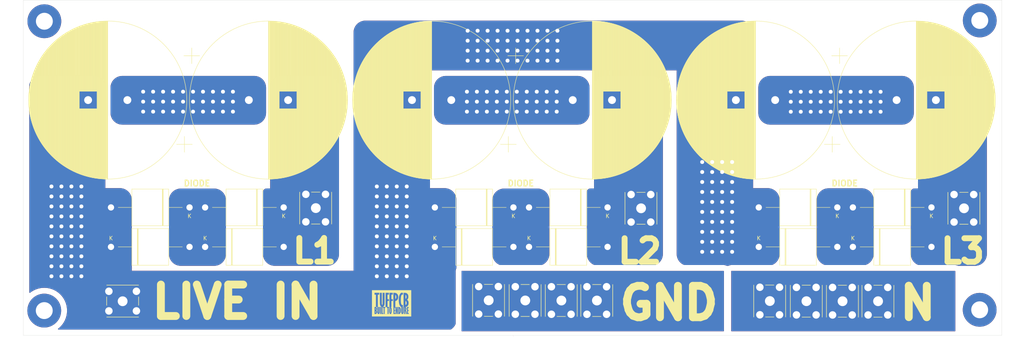
<source format=kicad_pcb>
(kicad_pcb (version 20211014) (generator pcbnew)
  (layers (0 "F.Cu" signal) (31 "B.Cu" signal) (34 "B.Paste" user) (35 "F.Paste" user) (36 "B.SilkS" user "B.Silkscreen") (37 "F.SilkS" user "F.Silkscreen") (38 "B.Mask" user) (39 "F.Mask" user) (44 "Edge.Cuts" user))
  (net 0 "")
  (net 1 "Net-(C1-Pad2)")
  (net 2 "Net-(C1-Pad1)")
  (footprint "Capacitor_THT:CP_Radial_D40.0mm_P10.00mm_SnapIn" (layer "F.Cu") (at 101.092 141.6558 180)
    (fp_text reference "C1" hide)
    (fp_text value "CP")
    (pad "1" thru_hole rect locked (at 0 0 180) (size 4 4) (drill 2) (layers *.Cu *.Mask) (net 2 "Net-(C1-Pad1)"))
    (pad "2" thru_hole circle locked (at 10 0 180) (size 4 4) (drill 2) (layers *.Cu *.Mask) (net 1 "Net-(C1-Pad2)"))
  )
  (footprint "Capacitor_THT:CP_Radial_D40.0mm_P10.00mm_SnapIn" (layer "F.Cu") (at 132.01142 141.6558)
    (fp_text reference "C3" hide)
    (fp_text value "CP")
    (pad "1" thru_hole rect locked (at 0 0) (size 4 4) (drill 2) (layers *.Cu *.Mask) (net 2 "Net-(C1-Pad1)"))
    (pad "2" thru_hole circle locked (at 10 0) (size 4 4) (drill 2) (layers *.Cu *.Mask) (net 1 "Net-(C1-Pad2)"))
  )
  (footprint "Diode_THT:D_P600_R-6_P20.00mm_Horizontal" (layer "F.Cu") (at 96.91624 179.03538)
    (fp_text reference " " (at 7.8105 -0.03556) (layer "F.SilkS"))
    (fp_text value "DIODE")
    (fp_text user "K" (at 0 -2.2) (layer "F.SilkS"))
    (pad "1" thru_hole rect locked (at 0 0) (size 3.2 3.2) (drill 1.6) (layers *.Cu *.Mask) (net 1 "Net-(C1-Pad2)"))
    (pad "2" thru_hole oval locked (at 20 0) (size 3.2 3.2) (drill 1.6) (layers *.Cu *.Mask) (net 1 "Net-(C1-Pad2)"))
  )
  (footprint "Diode_THT:D_P600_R-6_P20.00mm_Horizontal" (layer "F.Cu") (at 120.8811 179.03538)
    (fp_text reference " " (at 7.62 -2.92) (layer "F.SilkS"))
    (fp_text value "DIODE")
    (fp_text user "K" (at 0 -2.2) (layer "F.SilkS"))
    (pad "1" thru_hole rect locked (at 0 0) (size 3.2 3.2) (drill 1.6) (layers *.Cu *.Mask) (net 1 "Net-(C1-Pad2)"))
    (pad "2" thru_hole oval locked (at 20 0) (size 3.2 3.2) (drill 1.6) (layers *.Cu *.Mask) (net 1 "Net-(C1-Pad2)"))
  )
  (footprint "Custom Library:M4_Screw_Terminal" (layer "F.Cu") (at 96.382056 190.32855)
    (fp_text reference "J1" hide)
    (fp_text value "Screw_Terminal_01x01" hide)
    (pad "1" thru_hole circle locked (at 7.0104 5.0038) (size 3 3) (drill 1.905) (layers *.Cu *.Mask) (net 1 "Net-(C1-Pad2)"))
    (pad "1" thru_hole circle locked (at 7.0104 0) (size 3 3) (drill 1.905) (layers *.Cu *.Mask) (net 1 "Net-(C1-Pad2)"))
    (pad "1" thru_hole circle locked (at 0 0) (size 3 3) (drill 1.905) (layers *.Cu *.Mask) (net 1 "Net-(C1-Pad2)"))
    (pad "1" thru_hole circle locked (at 3.5 2.54) (size 5 5) (drill 2.5) (layers *.Cu *.Mask) (net 1 "Net-(C1-Pad2)"))
    (pad "1" thru_hole circle locked (at 0 5.0038) (size 3 3) (drill 1.905) (layers *.Cu *.Mask) (net 1 "Net-(C1-Pad2)"))
  )
  (footprint "Custom Library:M4_Screw_Terminal" (layer "F.Cu") (at 146.52117 172.6565 90)
    (fp_text reference "J2" hide)
    (fp_text value "Screw_Terminal_01x01" hide)
    (pad "1" thru_hole circle locked (at 0 5.0038 90) (size 3 3) (drill 1.905) (layers *.Cu *.Mask) (net 1 "Net-(C1-Pad2)"))
    (pad "1" thru_hole circle locked (at 7.0104 0 90) (size 3 3) (drill 1.905) (layers *.Cu *.Mask) (net 1 "Net-(C1-Pad2)"))
    (pad "1" thru_hole circle locked (at 0 0 90) (size 3 3) (drill 1.905) (layers *.Cu *.Mask) (net 1 "Net-(C1-Pad2)"))
    (pad "1" thru_hole circle locked (at 7.0104 5.0038 90) (size 3 3) (drill 1.905) (layers *.Cu *.Mask) (net 1 "Net-(C1-Pad2)"))
    (pad "1" thru_hole circle locked (at 3.5 2.54 90) (size 5 5) (drill 2.5) (layers *.Cu *.Mask) (net 1 "Net-(C1-Pad2)"))
  )
  (footprint "MountingHole:MountingHole_4.3mm_M4_Pad" (layer "F.Cu") (at 318.0842 121.3866)
    (fp_text reference "REF**" hide)
    (fp_text value "MountingHole_4.3mm_M4_Pad")
    (pad "1" thru_hole circle (at 0 0) (size 8.6 8.6) (drill 4.3) (layers *.Cu *.Mask))
  )
  (footprint "MountingHole:MountingHole_4.3mm_M4_Pad" (layer "F.Cu") (at 79.956913 121.5898)
    (fp_text reference "REF**" hide)
    (fp_text value "MountingHole_4.3mm_M4_Pad")
    (pad "1" thru_hole circle locked (at 0 0) (size 8.6 8.6) (drill 4.3) (layers *.Cu *.Mask))
  )
  (footprint "MountingHole:MountingHole_4.3mm_M4_Pad" (layer "F.Cu") (at 318.0588 195.045559)
    (fp_text reference "REF**" hide)
    (fp_text value "MountingHole_4.3mm_M4_Pad")
    (pad "1" thru_hole circle locked (at 0 0) (size 8.6 8.6) (drill 4.3) (layers *.Cu *.Mask))
  )
  (footprint "MountingHole:MountingHole_4.3mm_M4_Pad" (layer "F.Cu") (at 79.931513 195.248759)
    (fp_text reference "REF**" hide)
    (fp_text value "MountingHole_4.3mm_M4_Pad")
    (pad "1" thru_hole circle locked (at 0 0) (size 8.6 8.6) (drill 4.3) (layers *.Cu *.Mask))
  )
  (footprint "Diode_THT:D_P600_R-6_P20.00mm_Horizontal" (layer "F.Cu") (at 116.91624 168.98366 180)
    (fp_text reference " " (at 7.62762 -0.04064) (layer "F.SilkS"))
    (fp_text value "DIODE")
    (fp_text user "K" (at 0 -2.2) (layer "F.SilkS"))
    (pad "1" thru_hole rect locked (at 0 0 180) (size 3.2 3.2) (drill 1.6) (layers *.Cu *.Mask) (net 1 "Net-(C1-Pad2)"))
    (pad "2" thru_hole oval locked (at 20 0 180) (size 3.2 3.2) (drill 1.6) (layers *.Cu *.Mask) (net 1 "Net-(C1-Pad2)"))
  )
  (footprint "Diode_THT:D_P600_R-6_P20.00mm_Horizontal" (layer "F.Cu") (at 140.8811 168.98366 180)
    (fp_text reference " " (at 7.62 -2.92) (layer "F.SilkS"))
    (fp_text value "DIODE")
    (fp_text user "K" (at 0 -2.2) (layer "F.SilkS"))
    (pad "1" thru_hole rect locked (at 0 0 180) (size 3.2 3.2) (drill 1.6) (layers *.Cu *.Mask) (net 1 "Net-(C1-Pad2)"))
    (pad "2" thru_hole oval locked (at 20 0 180) (size 3.2 3.2) (drill 1.6) (layers *.Cu *.Mask) (net 1 "Net-(C1-Pad2)"))
  )
  (footprint "Custom Library:M4_Screw_Terminal" (layer "F.Cu") (at 209.038675 196.1844 90)
    (fp_text reference "J1" hide)
    (fp_text value "Screw_Terminal_01x01" hide)
    (pad "1" thru_hole circle (at 7.0104 5.0038 90) (size 3 3) (drill 1.905) (layers *.Cu *.Mask))
    (pad "1" thru_hole circle (at 3.5 2.54 90) (size 5 5) (drill 2.5) (layers *.Cu *.Mask))
    (pad "1" thru_hole circle (at 0 0 90) (size 3 3) (drill 1.905) (layers *.Cu *.Mask))
    (pad "1" thru_hole circle (at 7.0104 0 90) (size 3 3) (drill 1.905) (layers *.Cu *.Mask))
    (pad "1" thru_hole circle (at 0 5.0038 90) (size 3 3) (drill 1.905) (layers *.Cu *.Mask))
  )
  (footprint "Custom Library:M4_Screw_Terminal" (layer "F.Cu") (at 190.528425 196.1388 90)
    (fp_text reference "J1" hide)
    (fp_text value "Screw_Terminal_01x01" hide)
    (pad "1" thru_hole circle (at 0 0 90) (size 3 3) (drill 1.905) (layers *.Cu *.Mask))
    (pad "1" thru_hole circle (at 0 5.0038 90) (size 3 3) (drill 1.905) (layers *.Cu *.Mask))
    (pad "1" thru_hole circle (at 7.0104 5.0038 90) (size 3 3) (drill 1.905) (layers *.Cu *.Mask))
    (pad "1" thru_hole circle (at 7.0104 0 90) (size 3 3) (drill 1.905) (layers *.Cu *.Mask))
    (pad "1" thru_hole circle (at 3.5 2.54 90) (size 5 5) (drill 2.5) (layers *.Cu *.Mask))
  )
  (footprint "Custom Library:M4_Screw_Terminal" (layer "F.Cu") (at 199.846415 196.17268 90)
    (fp_text reference "J1" hide)
    (fp_text value "Screw_Terminal_01x01" hide)
    (pad "1" thru_hole circle (at 0 0 90) (size 3 3) (drill 1.905) (layers *.Cu *.Mask))
    (pad "1" thru_hole circle (at 7.0104 5.0038 90) (size 3 3) (drill 1.905) (layers *.Cu *.Mask))
    (pad "1" thru_hole circle (at 0 5.0038 90) (size 3 3) (drill 1.905) (layers *.Cu *.Mask))
    (pad "1" thru_hole circle (at 7.0104 0 90) (size 3 3) (drill 1.905) (layers *.Cu *.Mask))
    (pad "1" thru_hole circle (at 3.5 2.54 90) (size 5 5) (drill 2.5) (layers *.Cu *.Mask))
  )
  (footprint "Custom Library:M4_Screw_Terminal" (layer "F.Cu") (at 218.081075 196.1844 90)
    (fp_text reference "J1" hide)
    (fp_text value "Screw_Terminal_01x01" hide)
    (pad "1" thru_hole circle (at 7.0104 5.0038 90) (size 3 3) (drill 1.905) (layers *.Cu *.Mask))
    (pad "1" thru_hole circle (at 7.0104 0 90) (size 3 3) (drill 1.905) (layers *.Cu *.Mask))
    (pad "1" thru_hole circle (at 3.5 2.54 90) (size 5 5) (drill 2.5) (layers *.Cu *.Mask))
    (pad "1" thru_hole circle (at 0 5.0038 90) (size 3 3) (drill 1.905) (layers *.Cu *.Mask))
    (pad "1" thru_hole circle (at 0 0 90) (size 3 3) (drill 1.905) (layers *.Cu *.Mask))
  )
  (footprint "Custom Library:M4_Screw_Terminal" (layer "F.Cu") (at 311.53862 172.7073 90)
    (fp_text reference "J2" hide)
    (fp_text value "Screw_Terminal_01x01" hide)
    (pad "1" thru_hole circle locked (at 0 5.0038 90) (size 3 3) (drill 1.905) (layers *.Cu *.Mask) (net 1 "Net-(C1-Pad2)"))
    (pad "1" thru_hole circle locked (at 7.0104 0 90) (size 3 3) (drill 1.905) (layers *.Cu *.Mask) (net 1 "Net-(C1-Pad2)"))
    (pad "1" thru_hole circle locked (at 0 0 90) (size 3 3) (drill 1.905) (layers *.Cu *.Mask) (net 1 "Net-(C1-Pad2)"))
    (pad "1" thru_hole circle locked (at 7.0104 5.0038 90) (size 3 3) (drill 1.905) (layers *.Cu *.Mask) (net 1 "Net-(C1-Pad2)"))
    (pad "1" thru_hole circle locked (at 3.5 2.54 90) (size 5 5) (drill 2.5) (layers *.Cu *.Mask) (net 1 "Net-(C1-Pad2)"))
  )
  (footprint "Capacitor_THT:CP_Radial_D40.0mm_P10.00mm_SnapIn" (layer "F.Cu") (at 296.915504 141.6558)
    (fp_text reference "C3" hide)
    (fp_text value "CP")
    (pad "1" thru_hole rect locked (at 0 0) (size 4 4) (drill 2) (layers *.Cu *.Mask) (net 2 "Net-(C1-Pad1)"))
    (pad "2" thru_hole circle locked (at 10 0) (size 4 4) (drill 2) (layers *.Cu *.Mask) (net 1 "Net-(C1-Pad2)"))
  )
  (footprint "Capacitor_THT:CP_Radial_D40.0mm_P10.00mm_SnapIn" (layer "F.Cu") (at 214.463462 141.6558)
    (fp_text reference "C3" hide)
    (fp_text value "CP")
    (pad "1" thru_hole rect locked (at 0 0) (size 4 4) (drill 2) (layers *.Cu *.Mask) (net 2 "Net-(C1-Pad1)"))
    (pad "2" thru_hole circle locked (at 10 0) (size 4 4) (drill 2) (layers *.Cu *.Mask) (net 1 "Net-(C1-Pad2)"))
  )
  (footprint "Custom Library:M4_Screw_Terminal" (layer "F.Cu") (at 271.42059 196.35048 90)
    (fp_text reference "J1" hide)
    (fp_text value "Screw_Terminal_01x01" hide)
    (pad "1" thru_hole circle (at 0 0 90) (size 3 3) (drill 1.905) (layers *.Cu *.Mask))
    (pad "1" thru_hole circle (at 7.0104 5.0038 90) (size 3 3) (drill 1.905) (layers *.Cu *.Mask))
    (pad "1" thru_hole circle (at 0 5.0038 90) (size 3 3) (drill 1.905) (layers *.Cu *.Mask))
    (pad "1" thru_hole circle (at 7.0104 0 90) (size 3 3) (drill 1.905) (layers *.Cu *.Mask))
    (pad "1" thru_hole circle (at 3.5 2.54 90) (size 5 5) (drill 2.5) (layers *.Cu *.Mask))
  )
  (footprint "Diode_THT:D_P600_R-6_P20.00mm_Horizontal" (layer "F.Cu") (at 203.333142 179.03538)
    (fp_text reference " " (at 7.62 -2.92) (layer "F.SilkS"))
    (fp_text value "DIODE")
    (fp_text user "K" (at 0 -2.2) (layer "F.SilkS"))
    (pad "1" thru_hole rect locked (at 0 0) (size 3.2 3.2) (drill 1.6) (layers *.Cu *.Mask) (net 1 "Net-(C1-Pad2)"))
    (pad "2" thru_hole oval locked (at 20 0) (size 3.2 3.2) (drill 1.6) (layers *.Cu *.Mask) (net 1 "Net-(C1-Pad2)"))
  )
  (footprint "Capacitor_THT:CP_Radial_D40.0mm_P10.00mm_SnapIn" (layer "F.Cu") (at 265.996084 141.6558 180)
    (fp_text reference "C1" hide)
    (fp_text value "CP")
    (pad "1" thru_hole rect locked (at 0 0 180) (size 4 4) (drill 2) (layers *.Cu *.Mask) (net 2 "Net-(C1-Pad1)"))
    (pad "2" thru_hole circle locked (at 10 0 180) (size 4 4) (drill 2) (layers *.Cu *.Mask) (net 1 "Net-(C1-Pad2)"))
  )
  (footprint "Diode_THT:D_P600_R-6_P20.00mm_Horizontal" (layer "F.Cu") (at 223.333142 168.98366 180)
    (fp_text reference " " (at 7.62 -2.92) (layer "F.SilkS"))
    (fp_text value "DIODE")
    (fp_text user "K" (at 0 -2.2) (layer "F.SilkS"))
    (pad "1" thru_hole rect locked (at 0 0 180) (size 3.2 3.2) (drill 1.6) (layers *.Cu *.Mask) (net 1 "Net-(C1-Pad2)"))
    (pad "2" thru_hole oval locked (at 20 0 180) (size 3.2 3.2) (drill 1.6) (layers *.Cu *.Mask) (net 1 "Net-(C1-Pad2)"))
  )
  (footprint "Diode_THT:D_P600_R-6_P20.00mm_Horizontal" (layer "F.Cu") (at 281.820324 168.98366 180)
    (fp_text reference " " (at 7.62762 -0.04064) (layer "F.SilkS"))
    (fp_text value "DIODE")
    (fp_text user "K" (at 0 -2.2) (layer "F.SilkS"))
    (pad "1" thru_hole rect locked (at 0 0 180) (size 3.2 3.2) (drill 1.6) (layers *.Cu *.Mask) (net 1 "Net-(C1-Pad2)"))
    (pad "2" thru_hole oval locked (at 20 0 180) (size 3.2 3.2) (drill 1.6) (layers *.Cu *.Mask) (net 1 "Net-(C1-Pad2)"))
  )
  (footprint "Custom Library:M4_Screw_Terminal" (layer "F.Cu") (at 289.65525 196.3622 90)
    (fp_text reference "J1" hide)
    (fp_text value "Screw_Terminal_01x01" hide)
    (pad "1" thru_hole circle (at 7.0104 5.0038 90) (size 3 3) (drill 1.905) (layers *.Cu *.Mask))
    (pad "1" thru_hole circle (at 7.0104 0 90) (size 3 3) (drill 1.905) (layers *.Cu *.Mask))
    (pad "1" thru_hole circle (at 3.5 2.54 90) (size 5 5) (drill 2.5) (layers *.Cu *.Mask))
    (pad "1" thru_hole circle (at 0 5.0038 90) (size 3 3) (drill 1.905) (layers *.Cu *.Mask))
    (pad "1" thru_hole circle (at 0 0 90) (size 3 3) (drill 1.905) (layers *.Cu *.Mask))
  )
  (footprint "Custom Library:M4_Screw_Terminal" (layer "F.Cu") (at 229.32517 172.7073 90)
    (fp_text reference "J2" hide)
    (fp_text value "Screw_Terminal_01x01" hide)
    (pad "1" thru_hole circle locked (at 0 5.0038 90) (size 3 3) (drill 1.905) (layers *.Cu *.Mask) (net 1 "Net-(C1-Pad2)"))
    (pad "1" thru_hole circle locked (at 7.0104 0 90) (size 3 3) (drill 1.905) (layers *.Cu *.Mask) (net 1 "Net-(C1-Pad2)"))
    (pad "1" thru_hole circle locked (at 0 0 90) (size 3 3) (drill 1.905) (layers *.Cu *.Mask) (net 1 "Net-(C1-Pad2)"))
    (pad "1" thru_hole circle locked (at 7.0104 5.0038 90) (size 3 3) (drill 1.905) (layers *.Cu *.Mask) (net 1 "Net-(C1-Pad2)"))
    (pad "1" thru_hole circle locked (at 3.5 2.54 90) (size 5 5) (drill 2.5) (layers *.Cu *.Mask) (net 1 "Net-(C1-Pad2)"))
  )
  (footprint "Capacitor_THT:CP_Radial_D40.0mm_P10.00mm_SnapIn" (layer "F.Cu") (at 183.544042 141.6558 180)
    (fp_text reference "C1" hide)
    (fp_text value "CP")
    (pad "1" thru_hole rect locked (at 0 0 180) (size 4 4) (drill 2) (layers *.Cu *.Mask) (net 2 "Net-(C1-Pad1)"))
    (pad "2" thru_hole circle locked (at 10 0 180) (size 4 4) (drill 2) (layers *.Cu *.Mask) (net 1 "Net-(C1-Pad2)"))
  )
  (footprint "Custom Library:M4_Screw_Terminal" (layer "F.Cu") (at 262.1026 196.3166 90)
    (fp_text reference "J1" hide)
    (fp_text value "Screw_Terminal_01x01" hide)
    (pad "1" thru_hole circle (at 0 0 90) (size 3 3) (drill 1.905) (layers *.Cu *.Mask))
    (pad "1" thru_hole circle (at 0 5.0038 90) (size 3 3) (drill 1.905) (layers *.Cu *.Mask))
    (pad "1" thru_hole circle (at 7.0104 5.0038 90) (size 3 3) (drill 1.905) (layers *.Cu *.Mask))
    (pad "1" thru_hole circle (at 7.0104 0 90) (size 3 3) (drill 1.905) (layers *.Cu *.Mask))
    (pad "1" thru_hole circle (at 3.5 2.54 90) (size 5 5) (drill 2.5) (layers *.Cu *.Mask))
  )
  (footprint "Custom Library:M4_Screw_Terminal" (layer "F.Cu") (at 280.61285 196.3622 90)
    (fp_text reference "J1" hide)
    (fp_text value "Screw_Terminal_01x01" hide)
    (pad "1" thru_hole circle (at 7.0104 5.0038 90) (size 3 3) (drill 1.905) (layers *.Cu *.Mask))
    (pad "1" thru_hole circle (at 3.5 2.54 90) (size 5 5) (drill 2.5) (layers *.Cu *.Mask))
    (pad "1" thru_hole circle (at 0 0 90) (size 3 3) (drill 1.905) (layers *.Cu *.Mask))
    (pad "1" thru_hole circle (at 7.0104 0 90) (size 3 3) (drill 1.905) (layers *.Cu *.Mask))
    (pad "1" thru_hole circle (at 0 5.0038 90) (size 3 3) (drill 1.905) (layers *.Cu *.Mask))
  )
  (footprint "Diode_THT:D_P600_R-6_P20.00mm_Horizontal" (layer "F.Cu") (at 179.368282 179.03538)
    (fp_text reference " " (at 7.8105 -0.03556) (layer "F.SilkS"))
    (fp_text value "DIODE")
    (fp_text user "K" (at 0 -2.2) (layer "F.SilkS"))
    (pad "1" thru_hole rect locked (at 0 0) (size 3.2 3.2) (drill 1.6) (layers *.Cu *.Mask) (net 1 "Net-(C1-Pad2)"))
    (pad "2" thru_hole oval locked (at 20 0) (size 3.2 3.2) (drill 1.6) (layers *.Cu *.Mask) (net 1 "Net-(C1-Pad2)"))
  )
  (footprint "Diode_THT:D_P600_R-6_P20.00mm_Horizontal" (layer "F.Cu") (at 261.820324 179.03538)
    (fp_text reference " " (at 7.8105 -0.03556) (layer "F.SilkS"))
    (fp_text value "DIODE")
    (fp_text user "K" (at 0 -2.2) (layer "F.SilkS"))
    (pad "1" thru_hole rect locked (at 0 0) (size 3.2 3.2) (drill 1.6) (layers *.Cu *.Mask) (net 1 "Net-(C1-Pad2)"))
    (pad "2" thru_hole oval locked (at 20 0) (size 3.2 3.2) (drill 1.6) (layers *.Cu *.Mask) (net 1 "Net-(C1-Pad2)"))
  )
  (footprint "Diode_THT:D_P600_R-6_P20.00mm_Horizontal" (layer "F.Cu") (at 285.785184 179.03538)
    (fp_text reference " " (at 7.62 -2.92) (layer "F.SilkS"))
    (fp_text value "DIODE")
    (fp_text user "K" (at 0 -2.2) (layer "F.SilkS"))
    (pad "1" thru_hole rect locked (at 0 0) (size 3.2 3.2) (drill 1.6) (layers *.Cu *.Mask) (net 1 "Net-(C1-Pad2)"))
    (pad "2" thru_hole oval locked (at 20 0) (size 3.2 3.2) (drill 1.6) (layers *.Cu *.Mask) (net 1 "Net-(C1-Pad2)"))
  )
  (footprint "Diode_THT:D_P600_R-6_P20.00mm_Horizontal" (layer "F.Cu") (at 199.368282 168.98366 180)
    (fp_text reference " " (at 7.62762 -0.04064) (layer "F.SilkS"))
    (fp_text value "DIODE")
    (fp_text user "K" (at 0 -2.2) (layer "F.SilkS"))
    (pad "1" thru_hole rect locked (at 0 0 180) (size 3.2 3.2) (drill 1.6) (layers *.Cu *.Mask) (net 1 "Net-(C1-Pad2)"))
    (pad "2" thru_hole oval locked (at 20 0 180) (size 3.2 3.2) (drill 1.6) (layers *.Cu *.Mask) (net 1 "Net-(C1-Pad2)"))
  )
  (footprint "Custom Library:Logo 10mm" (layer "F.Cu") (at 168.3512 193.3956)
    (fp_text reference "G***" hide)
    (fp_text value "LOGO" hide)
  )
  (footprint "Diode_THT:D_P600_R-6_P20.00mm_Horizontal" (layer "F.Cu") (at 305.785184 168.98366 180)
    (fp_text reference " " (at 7.62 -2.92) (layer "F.SilkS"))
    (fp_text value "DIODE")
    (fp_text user "K" (at 0 -2.2) (layer "F.SilkS"))
    (pad "1" thru_hole rect locked (at 0 0 180) (size 3.2 3.2) (drill 1.6) (layers *.Cu *.Mask) (net 1 "Net-(C1-Pad2)"))
    (pad "2" thru_hole oval locked (at 20 0 180) (size 3.2 3.2) (drill 1.6) (layers *.Cu *.Mask) (net 1 "Net-(C1-Pad2)"))
  )
  (gr_rect locked (start 186.2582 185.2422) (end 252.857 200.406) (layer "F.Cu") (width 0.2) (fill solid))
  (gr_line (start 199.3138 201.9554) (end 199.3138 201.4982) (layer "F.Cu") (width 0.01))
  (gr_rect (start 254.9144 185.2422) (end 311.7596 200.406) (layer "F.Cu") (width 0.2) (fill solid))
  (gr_rect (start 186.2582 185.2422) (end 252.857 200.406) (layer "B.Cu") (width 0.2) (fill solid))
  (gr_rect (start 254.9144 185.2422) (end 311.7596 200.406) (layer "B.Cu") (width 0.2) (fill solid))
  (gr_rect (start 323.6976 116.205) (end 74.6252 201.5744) (layer "Edge.Cuts") (width 0.05) (fill none))
  (gr_text "L1" (at 148.72462 180.0733) (layer "F.SilkS") (effects (font (size 6 6) (thickness 1.5))))
  (gr_text "GND" (at 238.959875 193.3448) (layer "F.SilkS") (effects (font (size 8 8) (thickness 2))))
  (gr_text "N" (at 302.303807 193.3246) (layer "F.SilkS") (effects (font (size 8 8) (thickness 2))))
  (gr_text "DIODE" (at 118.80342 162.8521) (layer "F.SilkS") (effects (font (size 1.5 1.5) (thickness 0.3))))
  (gr_text "L2" (at 231.52862 180.1241) (layer "F.SilkS") (effects (font (size 6 6) (thickness 1.5))))
  (gr_text "L3" (at 313.74207 180.1241) (layer "F.SilkS") (effects (font (size 6 6) (thickness 1.5))))
  (gr_text "LIVE IN" (at 129.051536 193.02603) (layer "F.SilkS") (effects (font (size 8 8) (thickness 2))))
  (gr_text "DIODE" (at 283.707504 162.8521) (layer "F.SilkS") (effects (font (size 1.5 1.5) (thickness 0.3))))
  (gr_text "DIODE" (at 201.255462 162.8521) (layer "F.SilkS") (effects (font (size 1.5 1.5) (thickness 0.3))))
  (via (at 86.8426 186.5122) (size 2) (drill 1) (layers "F.Cu" "B.Cu") (net 1))
  (via (at 252.5014 170.1292) (size 2) (drill 1) (layers "F.Cu" "B.Cu") (net 1))
  (via (at 208.029224 126.5428) (size 2) (drill 1) (layers "F.Cu" "B.Cu") (net 1))
  (via (at 84.3026 181.4322) (size 2) (drill 1) (layers "F.Cu" "B.Cu") (net 1))
  (via (at 89.3826 186.5122) (size 2) (drill 1) (layers "F.Cu" "B.Cu") (net 1))
  (via (at 164.592 171.2722) (size 2) (drill 1) (layers "F.Cu" "B.Cu") (net 1))
  (via (at 247.4214 177.7492) (size 2) (drill 1) (layers "F.Cu" "B.Cu") (net 1))
  (via (at 81.7626 173.8122) (size 2) (drill 1) (layers "F.Cu" "B.Cu") (net 1))
  (via (at 86.8426 166.1922) (size 2) (drill 1) (layers "F.Cu" "B.Cu") (net 1))
  (via (at 86.8426 171.2722) (size 2) (drill 1) (layers "F.Cu" "B.Cu") (net 1))
  (via (at 249.9614 167.5892) (size 2) (drill 1) (layers "F.Cu" "B.Cu") (net 1))
  (via (at 84.3026 183.9722) (size 2) (drill 1) (layers "F.Cu" "B.Cu") (net 1))
  (via (at 249.9614 157.4292) (size 2) (drill 1) (layers "F.Cu" "B.Cu") (net 1))
  (via (at 164.592 186.5122) (size 2) (drill 1) (layers "F.Cu" "B.Cu") (net 1))
  (via (at 172.212 163.6522) (size 2) (drill 1) (layers "F.Cu" "B.Cu") (net 1))
  (via (at 89.3826 171.2722) (size 2) (drill 1) (layers "F.Cu" "B.Cu") (net 1))
  (via (at 164.592 176.3522) (size 2) (drill 1) (layers "F.Cu" "B.Cu") (net 1))
  (via (at 208.029224 131.6228) (size 2) (drill 1) (layers "F.Cu" "B.Cu") (net 1))
  (via (at 81.7626 168.7322) (size 2) (drill 1) (layers "F.Cu" "B.Cu") (net 1))
  (via (at 252.5014 180.2892) (size 2) (drill 1) (layers "F.Cu" "B.Cu") (net 1))
  (via (at 167.132 176.3522) (size 2) (drill 1) (layers "F.Cu" "B.Cu") (net 1))
  (via (at 164.592 181.4322) (size 2) (drill 1) (layers "F.Cu" "B.Cu") (net 1))
  (via (at 210.569224 126.5428) (size 2) (drill 1) (layers "F.Cu" "B.Cu") (net 1))
  (via (at 167.132 163.6522) (size 2) (drill 1) (layers "F.Cu" "B.Cu") (net 1))
  (via (at 86.8426 163.6522) (size 2) (drill 1) (layers "F.Cu" "B.Cu") (net 1))
  (via (at 247.4214 167.5892) (size 2) (drill 1) (layers "F.Cu" "B.Cu") (net 1))
  (via (at 255.0414 167.5892) (size 2) (drill 1) (layers "F.Cu" "B.Cu") (net 1))
  (via (at 205.489224 131.6228) (size 2) (drill 1) (layers "F.Cu" "B.Cu") (net 1))
  (via (at 167.132 186.5122) (size 2) (drill 1) (layers "F.Cu" "B.Cu") (net 1))
  (via (at 210.569224 131.6228) (size 2) (drill 1) (layers "F.Cu" "B.Cu") (net 1))
  (via (at 89.3826 176.3522) (size 2) (drill 1) (layers "F.Cu" "B.Cu") (net 1))
  (via (at 167.132 178.8922) (size 2) (drill 1) (layers "F.Cu" "B.Cu") (net 1))
  (via (at 172.212 178.8922) (size 2) (drill 1) (layers "F.Cu" "B.Cu") (net 1))
  (via (at 192.789224 131.6228) (size 2) (drill 1) (layers "F.Cu" "B.Cu") (net 1))
  (via (at 89.3826 173.8122) (size 2) (drill 1) (layers "F.Cu" "B.Cu") (net 1))
  (via (at 86.8426 181.4322) (size 2) (drill 1) (layers "F.Cu" "B.Cu") (net 1))
  (via (at 89.3826 178.8922) (size 2) (drill 1) (layers "F.Cu" "B.Cu") (net 1))
  (via (at 255.0414 165.0492) (size 2) (drill 1) (layers "F.Cu" "B.Cu") (net 1))
  (via (at 197.869224 126.5428) (size 2) (drill 1) (layers "F.Cu" "B.Cu") (net 1))
  (via (at 89.3826 168.7322) (size 2) (drill 1) (layers "F.Cu" "B.Cu") (net 1))
  (via (at 192.789224 124.0028) (size 2) (drill 1) (layers "F.Cu" "B.Cu") (net 1))
  (via (at 197.869224 131.6228) (size 2) (drill 1) (layers "F.Cu" "B.Cu") (net 1))
  (via (at 187.709224 126.5428) (size 2) (drill 1) (layers "F.Cu" "B.Cu") (net 1))
  (via (at 169.672 173.8122) (size 2) (drill 1) (layers "F.Cu" "B.Cu") (net 1))
  (via (at 252.5014 177.7492) (size 2) (drill 1) (layers "F.Cu" "B.Cu") (net 1))
  (via (at 164.592 166.1922) (size 2) (drill 1) (layers "F.Cu" "B.Cu") (net 1))
  (via (at 208.029224 124.0028) (size 2) (drill 1) (layers "F.Cu" "B.Cu") (net 1))
  (via (at 172.212 186.5122) (size 2) (drill 1) (layers "F.Cu" "B.Cu") (net 1))
  (via (at 86.8426 178.8922) (size 2) (drill 1) (layers "F.Cu" "B.Cu") (net 1))
  (via (at 84.3026 173.8122) (size 2) (drill 1) (layers "F.Cu" "B.Cu") (net 1))
  (via (at 164.592 183.9722) (size 2) (drill 1) (layers "F.Cu" "B.Cu") (net 1))
  (via (at 84.3026 176.3522) (size 2) (drill 1) (layers "F.Cu" "B.Cu") (net 1))
  (via (at 252.5014 167.5892) (size 2) (drill 1) (layers "F.Cu" "B.Cu") (net 1))
  (via (at 255.0414 159.9692) (size 2) (drill 1) (layers "F.Cu" "B.Cu") (net 1))
  (via (at 169.672 176.3522) (size 2) (drill 1) (layers "F.Cu" "B.Cu") (net 1))
  (via (at 86.8426 183.9722) (size 2) (drill 1) (layers "F.Cu" "B.Cu") (net 1))
  (via (at 169.672 183.9722) (size 2) (drill 1) (layers "F.Cu" "B.Cu") (net 1))
  (via (at 172.212 168.7322) (size 2) (drill 1) (layers "F.Cu" "B.Cu") (net 1))
  (via (at 84.3026 178.8922) (size 2) (drill 1) (layers "F.Cu" "B.Cu") (net 1))
  (via (at 84.3026 186.5122) (size 2) (drill 1) (layers "F.Cu" "B.Cu") (net 1))
  (via (at 247.4214 180.2892) (size 2) (drill 1) (layers "F.Cu" "B.Cu") (net 1))
  (via (at 247.4214 159.9692) (size 2) (drill 1) (layers "F.Cu" "B.Cu") (net 1))
  (via (at 249.9614 180.2892) (size 2) (drill 1) (layers "F.Cu" "B.Cu") (net 1))
  (via (at 167.132 183.9722) (size 2) (drill 1) (layers "F.Cu" "B.Cu") (net 1))
  (via (at 167.132 181.4322) (size 2) (drill 1) (layers "F.Cu" "B.Cu") (net 1))
  (via (at 249.9614 170.1292) (size 2) (drill 1) (layers "F.Cu" "B.Cu") (net 1))
  (via (at 164.592 168.7322) (size 2) (drill 1) (layers "F.Cu" "B.Cu") (net 1))
  (via (at 84.3026 166.1922) (size 2) (drill 1) (layers "F.Cu" "B.Cu") (net 1))
  (via (at 200.409224 131.6228) (size 2) (drill 1) (layers "F.Cu" "B.Cu") (net 1))
  (via (at 167.132 171.2722) (size 2) (drill 1) (layers "F.Cu" "B.Cu") (net 1))
  (via (at 169.672 181.4322) (size 2) (drill 1) (layers "F.Cu" "B.Cu") (net 1))
  (via (at 200.409224 129.0828) (size 2) (drill 1) (layers "F.Cu" "B.Cu") (net 1))
  (via (at 84.3026 171.2722) (size 2) (drill 1) (layers "F.Cu" "B.Cu") (net 1))
  (via (at 81.7626 171.2722) (size 2) (drill 1) (layers "F.Cu" "B.Cu") (net 1))
  (via (at 81.7626 166.1922) (size 2) (drill 1) (layers "F.Cu" "B.Cu") (net 1))
  (via (at 205.489224 124.0028) (size 2) (drill 1) (layers "F.Cu" "B.Cu") (net 1))
  (via (at 249.9614 177.7492) (size 2) (drill 1) (layers "F.Cu" "B.Cu") (net 1))
  (via (at 169.672 166.1922) (size 2) (drill 1) (layers "F.Cu" "B.Cu") (net 1))
  (via (at 84.3026 168.7322) (size 2) (drill 1) (layers "F.Cu" "B.Cu") (net 1))
  (via (at 247.4214 162.5092) (size 2) (drill 1) (layers "F.Cu" "B.Cu") (net 1))
  (via (at 252.5014 165.0492) (size 2) (drill 1) (layers "F.Cu" "B.Cu") (net 1))
  (via (at 208.029224 129.0828) (size 2) (drill 1) (layers "F.Cu" "B.Cu") (net 1))
  (via (at 89.3826 181.4322) (size 2) (drill 1) (layers "F.Cu" "B.Cu") (net 1))
  (via (at 169.672 171.2722) (size 2) (drill 1) (layers "F.Cu" "B.Cu") (net 1))
  (via (at 81.7626 163.6522) (size 2) (drill 1) (layers "F.Cu" "B.Cu") (net 1))
  (via (at 247.4214 165.0492) (size 2) (drill 1) (layers "F.Cu" "B.Cu") (net 1))
  (via (at 202.949224 126.5428) (size 2) (drill 1) (layers "F.Cu" "B.Cu") (net 1))
  (via (at 195.329224 124.0028) (size 2) (drill 1) (layers "F.Cu" "B.Cu") (net 1))
  (via (at 195.329224 129.0828) (size 2) (drill 1) (layers "F.Cu" "B.Cu") (net 1))
  (via (at 249.9614 175.2092) (size 2) (drill 1) (layers "F.Cu" "B.Cu") (net 1))
  (via (at 190.249224 124.0028) (size 2) (drill 1) (layers "F.Cu" "B.Cu") (net 1))
  (via (at 164.592 173.8122) (size 2) (drill 1) (layers "F.Cu" "B.Cu") (net 1))
  (via (at 190.249224 131.6228) (size 2) (drill 1) (layers "F.Cu" "B.Cu") (net 1))
  (via (at 249.9614 165.0492) (size 2) (drill 1) (layers "F.Cu" "B.Cu") (net 1))
  (via (at 187.709224 131.6228) (size 2) (drill 1) (layers "F.Cu" "B.Cu") (net 1))
  (via (at 247.4214 175.2092) (size 2) (drill 1) (layers "F.Cu" "B.Cu") (net 1))
  (via (at 89.3826 183.9722) (size 2) (drill 1) (layers "F.Cu" "B.Cu") (net 1))
  (via (at 172.212 171.2722) (size 2) (drill 1) (layers "F.Cu" "B.Cu") (net 1))
  (via (at 192.789224 129.0828) (size 2) (drill 1) (layers "F.Cu" "B.Cu") (net 1))
  (via (at 202.949224 124.0028) (size 2) (drill 1) (layers "F.Cu" "B.Cu") (net 1))
  (via (at 247.4214 172.6692) (size 2) (drill 1) (layers "F.Cu" "B.Cu") (net 1))
  (via (at 167.132 168.7322) (size 2) (drill 1) (layers "F.Cu" "B.Cu") (net 1))
  (via (at 210.569224 129.0828) (size 2) (drill 1) (layers "F.Cu" "B.Cu") (net 1))
  (via (at 172.212 173.8122) (size 2) (drill 1) (layers "F.Cu" "B.Cu") (net 1))
  (via (at 249.9614 159.9692) (size 2) (drill 1) (layers "F.Cu" "B.Cu") (net 1))
  (via (at 197.869224 129.0828) (size 2) (drill 1) (layers "F.Cu" "B.Cu") (net 1))
  (via (at 81.7626 183.9722) (size 2) (drill 1) (layers "F.Cu" "B.Cu") (net 1))
  (via (at 84.3026 163.6522) (size 2) (drill 1) (layers "F.Cu" "B.Cu") (net 1))
  (via (at 169.672 163.6522) (size 2) (drill 1) (layers "F.Cu" "B.Cu") (net 1))
  (via (at 252.5014 172.6692) (size 2) (drill 1) (layers "F.Cu" "B.Cu") (net 1))
  (via (at 192.789224 126.5428) (size 2) (drill 1) (layers "F.Cu" "B.Cu") (net 1))
  (via (at 195.329224 131.6228) (size 2) (drill 1) (layers "F.Cu" "B.Cu") (net 1))
  (via (at 255.0414 180.2892) (size 2) (drill 1) (layers "F.Cu" "B.Cu") (net 1))
  (via (at 81.7626 178.8922) (size 2) (drill 1) (layers "F.Cu" "B.Cu") (net 1))
  (via (at 81.7626 186.5122) (size 2) (drill 1) (layers "F.Cu" "B.Cu") (net 1))
  (via (at 195.329224 126.5428) (size 2) (drill 1) (layers "F.Cu" "B.Cu") (net 1))
  (via (at 205.489224 126.5428) (size 2) (drill 1) (layers "F.Cu" "B.Cu") (net 1))
  (via (at 200.409224 124.0028) (size 2) (drill 1) (layers "F.Cu" "B.Cu") (net 1))
  (via (at 202.949224 129.0828) (size 2) (drill 1) (layers "F.Cu" "B.Cu") (net 1))
  (via (at 255.0414 157.4292) (size 2) (drill 1) (layers "F.Cu" "B.Cu") (net 1))
  (via (at 255.0414 162.5092) (size 2) (drill 1) (layers "F.Cu" "B.Cu") (net 1))
  (via (at 169.672 186.5122) (size 2) (drill 1) (layers "F.Cu" "B.Cu") (net 1))
  (via (at 86.8426 176.3522) (size 2) (drill 1) (layers "F.Cu" "B.Cu") (net 1))
  (via (at 172.212 176.3522) (size 2) (drill 1) (layers "F.Cu" "B.Cu") (net 1))
  (via (at 200.409224 126.5428) (size 2) (drill 1) (layers "F.Cu" "B.Cu") (net 1))
  (via (at 89.3826 166.1922) (size 2) (drill 1) (layers "F.Cu" "B.Cu") (net 1))
  (via (at 167.132 166.1922) (size 2) (drill 1) (layers "F.Cu" "B.Cu") (net 1))
  (via (at 255.0414 172.6692) (size 2) (drill 1) (layers "F.Cu" "B.Cu") (net 1))
  (via (at 252.5014 157.4292) (size 2) (drill 1) (layers "F.Cu" "B.Cu") (net 1))
  (via (at 172.212 166.1922) (size 2) (drill 1) (layers "F.Cu" "B.Cu") (net 1))
  (via (at 190.249224 129.0828) (size 2) (drill 1) (layers "F.Cu" "B.Cu") (net 1))
  (via (at 164.592 178.8922) (size 2) (drill 1) (layers "F.Cu" "B.Cu") (net 1))
  (via (at 169.672 178.8922) (size 2) (drill 1) (layers "F.Cu" "B.Cu") (net 1))
  (via (at 202.949224 131.6228) (size 2) (drill 1) (layers "F.Cu" "B.Cu") (net 1))
  (via (at 247.4214 157.4292) (size 2) (drill 1) (layers "F.Cu" "B.Cu") (net 1))
  (via (at 247.4214 170.1292) (size 2) (drill 1) (layers "F.Cu" "B.Cu") (net 1))
  (via (at 81.7626 176.3522) (size 2) (drill 1) (layers "F.Cu" "B.Cu") (net 1))
  (via (at 252.5014 162.5092) (size 2) (drill 1) (layers "F.Cu" "B.Cu") (net 1))
  (via (at 172.212 183.9722) (size 2) (drill 1) (layers "F.Cu" "B.Cu") (net 1))
  (via (at 255.0414 175.2092) (size 2) (drill 1) (layers "F.Cu" "B.Cu") (net 1))
  (via (at 187.709224 124.0028) (size 2) (drill 1) (layers "F.Cu" "B.Cu") (net 1))
  (via (at 252.5014 159.9692) (size 2) (drill 1) (layers "F.Cu" "B.Cu") (net 1))
  (via (at 205.489224 129.0828) (size 2) (drill 1) (layers "F.Cu" "B.Cu") (net 1))
  (via (at 252.5014 175.2092) (size 2) (drill 1) (layers "F.Cu" "B.Cu") (net 1))
  (via (at 187.709224 129.0828) (size 2) (drill 1) (layers "F.Cu" "B.Cu") (net 1))
  (via (at 164.592 163.6522) (size 2) (drill 1) (layers "F.Cu" "B.Cu") (net 1))
  (via (at 197.869224 124.0028) (size 2) (drill 1) (layers "F.Cu" "B.Cu") (net 1))
  (via (at 86.8426 173.8122) (size 2) (drill 1) (layers "F.Cu" "B.Cu") (net 1))
  (via (at 249.9614 172.6692) (size 2) (drill 1) (layers "F.Cu" "B.Cu") (net 1))
  (via (at 86.8426 168.7322) (size 2) (drill 1) (layers "F.Cu" "B.Cu") (net 1))
  (via (at 210.569224 124.0028) (size 2) (drill 1) (layers "F.Cu" "B.Cu") (net 1))
  (via (at 169.672 168.7322) (size 2) (drill 1) (layers "F.Cu" "B.Cu") (net 1))
  (via (at 89.3826 163.6522) (size 2) (drill 1) (layers "F.Cu" "B.Cu") (net 1))
  (via (at 190.249224 126.5428) (size 2) (drill 1) (layers "F.Cu" "B.Cu") (net 1))
  (via (at 255.0414 177.7492) (size 2) (drill 1) (layers "F.Cu" "B.Cu") (net 1))
  (via (at 167.132 173.8122) (size 2) (drill 1) (layers "F.Cu" "B.Cu") (net 1))
  (via (at 172.212 181.4322) (size 2) (drill 1) (layers "F.Cu" "B.Cu") (net 1))
  (via (at 81.7626 181.4322) (size 2) (drill 1) (layers "F.Cu" "B.Cu") (net 1))
  (via (at 249.9614 162.5092) (size 2) (drill 1) (layers "F.Cu" "B.Cu") (net 1))
  (via (at 255.0414 170.1292) (size 2) (drill 1) (layers "F.Cu" "B.Cu") (net 1))
  (via (at 107.6452 142.0622) (size 2) (drill 1) (layers "F.Cu" "B.Cu") (net 2))
  (via (at 269.9766 144.6276) (size 2) (drill 1) (layers "F.Cu" "B.Cu") (net 2))
  (via (at 187.5282 139.5222) (size 2) (drill 1) (layers "F.Cu" "B.Cu") (net 2))
  (via (at 122.8852 144.6022) (size 2) (drill 1) (layers "F.Cu" "B.Cu") (net 2))
  (via (at 195.1482 139.5222) (size 2) (drill 1) (layers "F.Cu" "B.Cu") (net 2))
  (via (at 207.8482 142.0622) (size 2) (drill 1) (layers "F.Cu" "B.Cu") (net 2))
  (via (at 107.6452 139.5222) (size 2) (drill 1) (layers "F.Cu" "B.Cu") (net 2))
  (via (at 205.3082 144.6022) (size 2) (drill 1) (layers "F.Cu" "B.Cu") (net 2))
  (via (at 277.5966 144.6276) (size 2) (drill 1) (layers "F.Cu" "B.Cu") (net 2))
  (via (at 210.3882 139.5222) (size 2) (drill 1) (layers "F.Cu" "B.Cu") (net 2))
  (via (at 280.1366 142.0876) (size 2) (drill 1) (layers "F.Cu" "B.Cu") (net 2))
  (via (at 292.8366 139.5476) (size 2) (drill 1) (layers "F.Cu" "B.Cu") (net 2))
  (via (at 290.2966 139.5476) (size 2) (drill 1) (layers "F.Cu" "B.Cu") (net 2))
  (via (at 207.8482 144.6022) (size 2) (drill 1) (layers "F.Cu" "B.Cu") (net 2))
  (via (at 115.2652 144.6022) (size 2) (drill 1) (layers "F.Cu" "B.Cu") (net 2))
  (via (at 125.4252 142.0622) (size 2) (drill 1) (layers "F.Cu" "B.Cu") (net 2))
  (via (at 200.2282 142.0622) (size 2) (drill 1) (layers "F.Cu" "B.Cu") (net 2))
  (via (at 202.7682 139.5222) (size 2) (drill 1) (layers "F.Cu" "B.Cu") (net 2))
  (via (at 292.8366 144.6276) (size 2) (drill 1) (layers "F.Cu" "B.Cu") (net 2))
  (via (at 272.5166 139.5476) (size 2) (drill 1) (layers "F.Cu" "B.Cu") (net 2))
  (via (at 205.3082 139.5222) (size 2) (drill 1) (layers "F.Cu" "B.Cu") (net 2))
  (via (at 277.5966 139.5476) (size 2) (drill 1) (layers "F.Cu" "B.Cu") (net 2))
  (via (at 282.6766 142.0876) (size 2) (drill 1) (layers "F.Cu" "B.Cu") (net 2))
  (via (at 187.5282 142.0622) (size 2) (drill 1) (layers "F.Cu" "B.Cu") (net 2))
  (via (at 115.2652 139.5222) (size 2) (drill 1) (layers "F.Cu" "B.Cu") (net 2))
  (via (at 207.8482 139.5222) (size 2) (drill 1) (layers "F.Cu" "B.Cu") (net 2))
  (via (at 190.0682 144.6022) (size 2) (drill 1) (layers "F.Cu" "B.Cu") (net 2))
  (via (at 200.2282 139.5222) (size 2) (drill 1) (layers "F.Cu" "B.Cu") (net 2))
  (via (at 202.7682 142.0622) (size 2) (drill 1) (layers "F.Cu" "B.Cu") (net 2))
  (via (at 287.7566 139.5476) (size 2) (drill 1) (layers "F.Cu" "B.Cu") (net 2))
  (via (at 197.6882 142.0622) (size 2) (drill 1) (layers "F.Cu" "B.Cu") (net 2))
  (via (at 110.1852 144.6022) (size 2) (drill 1) (layers "F.Cu" "B.Cu") (net 2))
  (via (at 127.9652 142.0622) (size 2) (drill 1) (layers "F.Cu" "B.Cu") (net 2))
  (via (at 210.3882 142.0622) (size 2) (drill 1) (layers "F.Cu" "B.Cu") (net 2))
  (via (at 120.3452 144.6022) (size 2) (drill 1) (layers "F.Cu" "B.Cu") (net 2))
  (via (at 277.5966 142.0876) (size 2) (drill 1) (layers "F.Cu" "B.Cu") (net 2))
  (via (at 292.8366 142.0876) (size 2) (drill 1) (layers "F.Cu" "B.Cu") (net 2))
  (via (at 112.7252 139.5222) (size 2) (drill 1) (layers "F.Cu" "B.Cu") (net 2))
  (via (at 285.2166 139.5476) (size 2) (drill 1) (layers "F.Cu" "B.Cu") (net 2))
  (via (at 287.7566 144.6276) (size 2) (drill 1) (layers "F.Cu" "B.Cu") (net 2))
  (via (at 110.1852 139.5222) (size 2) (drill 1) (layers "F.Cu" "B.Cu") (net 2))
  (via (at 105.1052 142.0622) (size 2) (drill 1) (layers "F.Cu" "B.Cu") (net 2))
  (via (at 285.2166 144.6276) (size 2) (drill 1) (layers "F.Cu" "B.Cu") (net 2))
  (via (at 275.0566 142.0876) (size 2) (drill 1) (layers "F.Cu" "B.Cu") (net 2))
  (via (at 195.1482 144.6022) (size 2) (drill 1) (layers "F.Cu" "B.Cu") (net 2))
  (via (at 275.0566 139.5476) (size 2) (drill 1) (layers "F.Cu" "B.Cu") (net 2))
  (via (at 290.2966 142.0876) (size 2) (drill 1) (layers "F.Cu" "B.Cu") (net 2))
  (via (at 272.5166 142.0876) (size 2) (drill 1) (layers "F.Cu" "B.Cu") (net 2))
  (via (at 117.8052 142.0622) (size 2) (drill 1) (layers "F.Cu" "B.Cu") (net 2))
  (via (at 122.8852 139.5222) (size 2) (drill 1) (layers "F.Cu" "B.Cu") (net 2))
  (via (at 195.1482 142.0622) (size 2) (drill 1) (layers "F.Cu" "B.Cu") (net 2))
  (via (at 112.7252 142.0622) (size 2) (drill 1) (layers "F.Cu" "B.Cu") (net 2))
  (via (at 112.7252 144.6022) (size 2) (drill 1) (layers "F.Cu" "B.Cu") (net 2))
  (via (at 282.6766 139.5476) (size 2) (drill 1) (layers "F.Cu" "B.Cu") (net 2))
  (via (at 115.2652 142.0622) (size 2) (drill 1) (layers "F.Cu" "B.Cu") (net 2))
  (via (at 269.9766 142.0876) (size 2) (drill 1) (layers "F.Cu" "B.Cu") (net 2))
  (via (at 125.4252 139.5222) (size 2) (drill 1) (layers "F.Cu" "B.Cu") (net 2))
  (via (at 125.4252 144.6022) (size 2) (drill 1) (layers "F.Cu" "B.Cu") (net 2))
  (via (at 197.6882 139.5222) (size 2) (drill 1) (layers "F.Cu" "B.Cu") (net 2))
  (via (at 127.9652 139.5222) (size 2) (drill 1) (layers "F.Cu" "B.Cu") (net 2))
  (via (at 127.9652 144.6022) (size 2) (drill 1) (layers "F.Cu" "B.Cu") (net 2))
  (via (at 280.1366 144.6276) (size 2) (drill 1) (layers "F.Cu" "B.Cu") (net 2))
  (via (at 280.1366 139.5476) (size 2) (drill 1) (layers "F.Cu" "B.Cu") (net 2))
  (via (at 120.3452 142.0622) (size 2) (drill 1) (layers "F.Cu" "B.Cu") (net 2))
  (via (at 190.0682 139.5222) (size 2) (drill 1) (layers "F.Cu" "B.Cu") (net 2))
  (via (at 122.8852 142.0622) (size 2) (drill 1) (layers "F.Cu" "B.Cu") (net 2))
  (via (at 107.6452 144.6022) (size 2) (drill 1) (layers "F.Cu" "B.Cu") (net 2))
  (via (at 202.7682 144.6022) (size 2) (drill 1) (layers "F.Cu" "B.Cu") (net 2))
  (via (at 205.3082 142.0622) (size 2) (drill 1) (layers "F.Cu" "B.Cu") (net 2))
  (via (at 200.2282 144.6022) (size 2) (drill 1) (layers "F.Cu" "B.Cu") (net 2))
  (via (at 192.6082 144.6022) (size 2) (drill 1) (layers "F.Cu" "B.Cu") (net 2))
  (via (at 187.5282 144.6022) (size 2) (drill 1) (layers "F.Cu" "B.Cu") (net 2))
  (via (at 105.1052 139.5222) (size 2) (drill 1) (layers "F.Cu" "B.Cu") (net 2))
  (via (at 117.8052 144.6022) (size 2) (drill 1) (layers "F.Cu" "B.Cu") (net 2))
  (via (at 197.6882 144.6022) (size 2) (drill 1) (layers "F.Cu" "B.Cu") (net 2))
  (via (at 192.6082 139.5222) (size 2) (drill 1) (layers "F.Cu" "B.Cu") (net 2))
  (via (at 272.5166 144.6276) (size 2) (drill 1) (layers "F.Cu" "B.Cu") (net 2))
  (via (at 192.6082 142.0622) (size 2) (drill 1) (layers "F.Cu" "B.Cu") (net 2))
  (via (at 105.1052 144.6022) (size 2) (drill 1) (layers "F.Cu" "B.Cu") (net 2))
  (via (at 110.1852 142.0622) (size 2) (drill 1) (layers "F.Cu" "B.Cu") (net 2))
  (via (at 287.7566 142.0876) (size 2) (drill 1) (layers "F.Cu" "B.Cu") (net 2))
  (via (at 120.3452 139.5222) (size 2) (drill 1) (layers "F.Cu" "B.Cu") (net 2))
  (via (at 117.8052 139.5222) (size 2) (drill 1) (layers "F.Cu" "B.Cu") (net 2))
  (via (at 269.9766 139.5476) (size 2) (drill 1) (layers "F.Cu" "B.Cu") (net 2))
  (via (at 290.2966 144.6276) (size 2) (drill 1) (layers "F.Cu" "B.Cu") (net 2))
  (via (at 275.0566 144.6276) (size 2) (drill 1) (layers "F.Cu" "B.Cu") (net 2))
  (via (at 210.3882 144.6022) (size 2) (drill 1) (layers "F.Cu" "B.Cu") (net 2))
  (via (at 282.6766 144.6276) (size 2) (drill 1) (layers "F.Cu" "B.Cu") (net 2))
  (via (at 285.2166 142.0876) (size 2) (drill 1) (layers "F.Cu" "B.Cu") (net 2))
  (via (at 190.0682 142.0622) (size 2) (drill 1) (layers "F.Cu" "B.Cu") (net 2))
  (zone (net 1) (net_name "Net-(C1-Pad2)") (layers F&B.Cu) (connect_pads yes (clearance 1.5)) (min_thickness 0.254) (fill yes (thermal_gap 0.508) (thermal_bridge_width 0.508) (smoothing fillet) (radius 3))
    (polygon (pts (xy 291.07624 183.778772) (xy 276.57284 183.778772) (xy 276.57284 164.119172) (xy 291.07624 164.119172)))
  )
  (zone (net 1) (net_name "Net-(C1-Pad2)") (layers F&B.Cu) (connect_pads yes (clearance 1.5)) (min_thickness 0.254) (fill yes (thermal_gap 0.508) (thermal_bridge_width 0.508) (smoothing fillet) (radius 3))
    (polygon (pts (xy 154.9654 183.8452) (xy 135.6106 183.8452) (xy 135.6106 164.1602) (xy 137.4394 164.1602) (xy 137.4394 135.4836) (xy 154.9654 135.4836)))
  )
  (zone locked (net 2) (net_name "Net-(C1-Pad1)") (layers F&B.Cu) (connect_pads yes (clearance 1.5)) (min_thickness 0.254) (fill yes (thermal_gap 0.508) (thermal_bridge_width 0.508) (smoothing fillet) (radius 3))
    (polygon (pts (xy 301.300458 147.9042) (xy 261.701858 147.9042) (xy 261.701858 135.509) (xy 301.300458 135.509)))
  )
  (zone (net 1) (net_name "Net-(C1-Pad2)") (layers F&B.Cu) (connect_pads yes (clearance 1.5)) (min_thickness 0.254) (fill yes (thermal_gap 0.508) (thermal_bridge_width 0.508) (smoothing fillet) (radius 3))
    (polygon (pts (xy 208.5086 183.8452) (xy 194.0052 183.8452) (xy 194.0052 164.1856) (xy 208.5086 164.1856)))
  )
  (zone (net 1) (net_name "Net-(C1-Pad2)") (layers F&B.Cu) (connect_pads yes (clearance 1.5)) (min_thickness 0.254) (fill yes (thermal_gap 0.508) (thermal_bridge_width 0.508) (smoothing fillet) (radius 3))
    (polygon (pts (xy 237.4138 183.8452) (xy 218.059 183.8452) (xy 218.059 164.1602) (xy 219.8878 164.1602) (xy 219.8878 135.4836) (xy 237.4138 135.4836)))
  )
  (zone (net 1) (net_name "Net-(C1-Pad2)") (layers F&B.Cu) (connect_pads yes (clearance 1.5)) (min_thickness 0.254) (fill yes (thermal_gap 0.508) (thermal_bridge_width 0.508) (smoothing fillet) (radius 3))
    (polygon (pts (xy 126.1872 183.8452) (xy 111.6838 183.8452) (xy 111.6838 164.1856) (xy 126.1872 164.1856)))
  )
  (zone locked (net 2) (net_name "Net-(C1-Pad1)") (layers F&B.Cu) (connect_pads yes (clearance 1.5)) (min_thickness 0.254) (fill yes (thermal_gap 0.508) (thermal_bridge_width 0.508) (smoothing fillet) (radius 3))
    (polygon (pts (xy 218.740607 147.9042) (xy 179.142007 147.9042) (xy 179.142007 135.509) (xy 218.740607 135.509)))
  )
  (zone (net 1) (net_name "Net-(C1-Pad2)") (layers F&B.Cu) (connect_pads yes (clearance 1.5)) (min_thickness 0.254) (fill yes (thermal_gap 0.508) (thermal_bridge_width 0.508) (smoothing fillet) (radius 3))
    (polygon (pts (xy 319.8876 183.8452) (xy 300.5328 183.8452) (xy 300.5328 164.1602) (xy 302.3616 164.1602) (xy 302.3616 135.4836) (xy 319.8876 135.4836)))
  )
  (zone locked (net 2) (net_name "Net-(C1-Pad1)") (layers F&B.Cu) (connect_pads yes (clearance 1.5)) (min_thickness 0.254) (fill yes (thermal_gap 0.508) (thermal_bridge_width 0.508) (smoothing fillet) (radius 3))
    (polygon (pts (xy 136.398 147.9042) (xy 96.7994 147.9042) (xy 96.7994 135.509) (xy 136.398 135.509)))
  )
  (zone (net 1) (net_name "Net-(C1-Pad2)") (layers F&B.Cu) (connect_pads yes (clearance 1.5)) (min_thickness 0.254) (fill yes (thermal_gap 0.508) (thermal_bridge_width 0.508) (smoothing fillet) (radius 3))
    (polygon (pts (xy 260.4008 134.0866) (xy 260.384837 134.0866) (xy 260.384837 164.084) (xy 267.115837 164.084) (xy 267.115837 183.8452) (xy 240.928437 183.8452) (xy 240.928437 134.0866) (xy 178.12546 134.0866) (xy 178.12546 164.084) (xy 184.85646 164.084) (xy 184.85646 185.1152) (xy 184.8866 185.1152) (xy 184.8866 200.4822) (xy 76.0222 200.4822) (xy 76.0222 135.509) (xy 95.4786 135.509) (xy 95.4786 164.084) (xy 102.2096 164.084) (xy 102.2096 185.1152) (xy 158.66906 185.1152) (xy 158.66906 132.0546) (xy 158.6738 132.0546) (xy 158.6738 121.4374) (xy 260.4008 121.4374)))
  )
)
</source>
